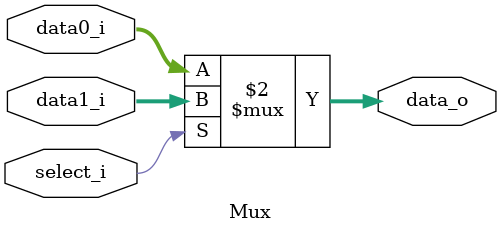
<source format=v>
module Mux #(parameter width = 32) (
	input [width-1:0] data0_i,
	input [width-1:0] data1_i,
	input select_i,
	output [width-1:0] data_o
);

assign data_o = (select_i == 1) ? data1_i : data0_i;

endmodule

</source>
